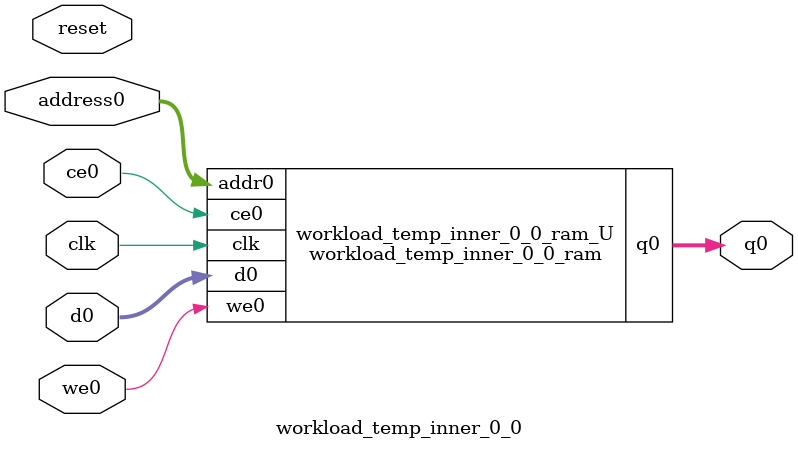
<source format=v>
`timescale 1 ns / 1 ps
module workload_temp_inner_0_0_ram (addr0, ce0, d0, we0, q0,  clk);

parameter DWIDTH = 32;
parameter AWIDTH = 12;
parameter MEM_SIZE = 2112;

input[AWIDTH-1:0] addr0;
input ce0;
input[DWIDTH-1:0] d0;
input we0;
output reg[DWIDTH-1:0] q0;
input clk;

(* ram_style = "block" *)reg [DWIDTH-1:0] ram[0:MEM_SIZE-1];




always @(posedge clk)  
begin 
    if (ce0) begin
        if (we0) 
            ram[addr0] <= d0; 
        q0 <= ram[addr0];
    end
end


endmodule

`timescale 1 ns / 1 ps
module workload_temp_inner_0_0(
    reset,
    clk,
    address0,
    ce0,
    we0,
    d0,
    q0);

parameter DataWidth = 32'd32;
parameter AddressRange = 32'd2112;
parameter AddressWidth = 32'd12;
input reset;
input clk;
input[AddressWidth - 1:0] address0;
input ce0;
input we0;
input[DataWidth - 1:0] d0;
output[DataWidth - 1:0] q0;



workload_temp_inner_0_0_ram workload_temp_inner_0_0_ram_U(
    .clk( clk ),
    .addr0( address0 ),
    .ce0( ce0 ),
    .we0( we0 ),
    .d0( d0 ),
    .q0( q0 ));

endmodule


</source>
